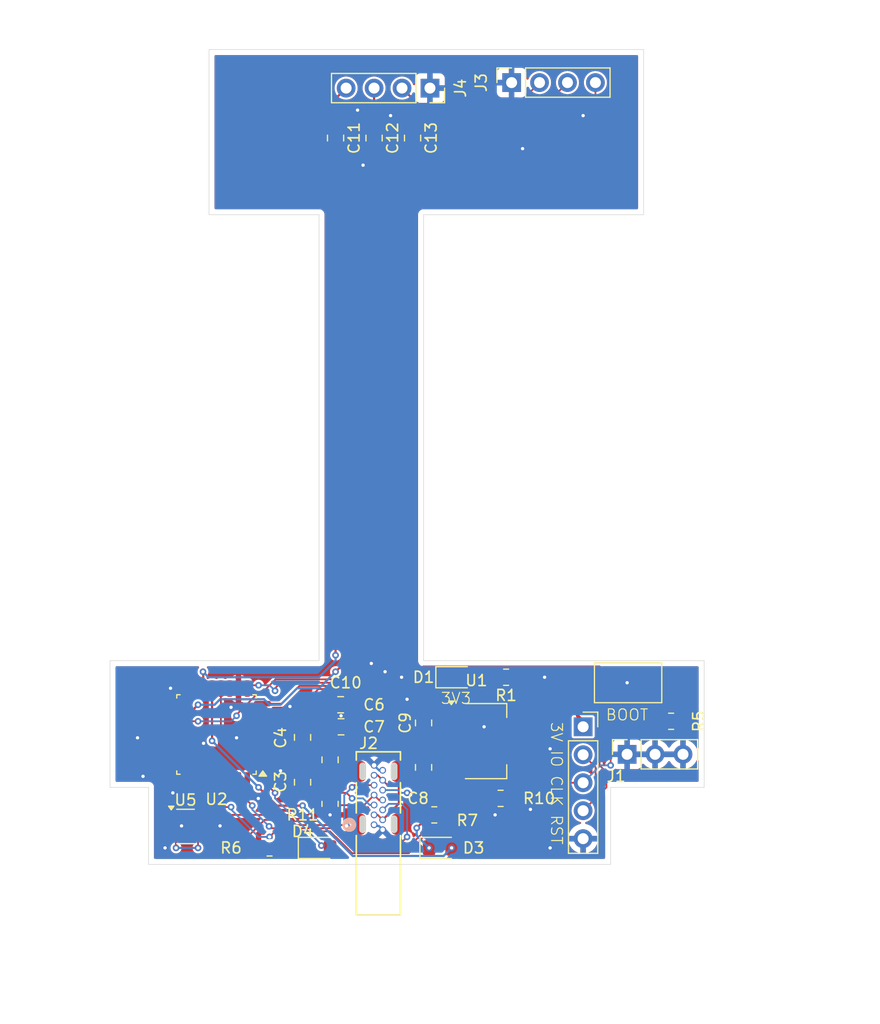
<source format=kicad_pcb>
(kicad_pcb (version 20240108) (generator "pcbnew") (generator_version "8.0")
  (layers (0 "F.Cu" signal) (31 "B.Cu" signal) (34 "B.Paste" user) (35 "F.Paste" user) (36 "B.SilkS" user "B.Silkscreen") (37 "F.SilkS" user "F.Silkscreen") (38 "B.Mask" user) (39 "F.Mask" user) (44 "Edge.Cuts" user))
  (net 0 "")
  (net 1 "VDD_3V")
  (net 2 "GND")
  (net 3 "VDDA_5V")
  (net 4 "NRST")
  (net 5 "/BTN_KEY")
  (net 6 "/BTN_HI")
  (net 7 "/BTN_LO")
  (net 8 "Net-(D1-A)")
  (net 9 "USR_LED_2")
  (net 10 "Net-(D3-K)")
  (net 11 "USR_LED_1")
  (net 12 "Net-(D4-K)")
  (net 13 "D_P")
  (net 14 "D_N")
  (net 15 "Net-(J2-CC2)")
  (net 16 "Net-(J2-CC1)")
  (net 17 "Net-(J3-Pin_3)")
  (net 18 "Net-(J3-Pin_2)")
  (net 19 "Net-(J3-Pin_4)")
  (net 20 "SWDIO")
  (net 21 "SWDCLK")
  (footprint "Resistor_SMD:R_0805_2012Metric_Pad1.20x1.40mm_HandSolder" (layer "F.Cu") (at 175.975 93.5)
    (property "Reference" "R7" (at 3 0.5 0) (layer "F.SilkS"))
    (property "Value" "5k")
    (pad "1" smd roundrect (at -1 0) (size 1.2 1.4) (layers "F.Cu" "F.Paste" "F.Mask") (roundrect_rratio 0.208333) (net 10 "Net-(D3-K)"))
    (pad "2" smd roundrect (at 1 0) (size 1.2 1.4) (layers "F.Cu" "F.Paste" "F.Mask") (roundrect_rratio 0.208333) (net 2 "GND"))
  )
  (footprint "Capacitor_SMD:C_0805_2012Metric_Pad1.18x1.45mm_HandSolder" (layer "F.Cu") (at 170.5 32.0375 -90)
    (property "Reference" "C12" (at 0 -1.68 90) (layer "F.SilkS"))
    (property "Value" "100nF")
    (pad "1" smd roundrect (at -1.0375 0 270) (size 1.175 1.45) (layers "F.Cu" "F.Paste" "F.Mask") (roundrect_rratio 0.212766) (net 6 "/BTN_HI"))
    (pad "2" smd roundrect (at 1.0375 0 270) (size 1.175 1.45) (layers "F.Cu" "F.Paste" "F.Mask") (roundrect_rratio 0.212766) (net 2 "GND"))
  )
  (footprint "Capacitor_SMD:C_0805_2012Metric_Pad1.18x1.45mm_HandSolder" (layer "F.Cu") (at 164 90.5375 -90)
    (property "Reference" "C3" (at -0.0375 2 90) (layer "F.SilkS"))
    (property "Value" "100n")
    (pad "1" smd roundrect (at -1.0375 0 270) (size 1.175 1.45) (layers "F.Cu" "F.Paste" "F.Mask") (roundrect_rratio 0.212766) (net 1 "VDD_3V"))
    (pad "2" smd roundrect (at 1.0375 0 270) (size 1.175 1.45) (layers "F.Cu" "F.Paste" "F.Mask") (roundrect_rratio 0.212766) (net 2 "GND"))
  )
  (footprint "Capacitor_SMD:C_0805_2012Metric_Pad1.18x1.45mm_HandSolder" (layer "F.Cu") (at 175 89.1875 -90)
    (property "Reference" "C8" (at 2.8125 0.5 180) (layer "F.SilkS"))
    (property "Value" "10uF")
    (pad "1" smd roundrect (at -1.0375 0 270) (size 1.175 1.45) (layers "F.Cu" "F.Paste" "F.Mask") (roundrect_rratio 0.212766) (net 3 "VDDA_5V"))
    (pad "2" smd roundrect (at 1.0375 0 270) (size 1.175 1.45) (layers "F.Cu" "F.Paste" "F.Mask") (roundrect_rratio 0.212766) (net 2 "GND"))
  )
  (footprint "LED_SMD:LED_0805_2012Metric_Pad1.15x1.40mm_HandSolder" (layer "F.Cu") (at 165.475 96.5)
    (property "Reference" "D4" (at -1.475 -1.5 0) (layer "F.SilkS"))
    (property "Value" "USR LED 1")
    (pad "1" smd roundrect (at -1.025 0) (size 1.15 1.4) (layers "F.Cu" "F.Paste" "F.Mask") (roundrect_rratio 0.217391) (net 12 "Net-(D4-K)"))
    (pad "2" smd roundrect (at 1.025 0) (size 1.15 1.4) (layers "F.Cu" "F.Paste" "F.Mask") (roundrect_rratio 0.217391) (net 11 "USR_LED_1"))
  )
  (footprint "Package_TO_SOT_SMD:SOT-223-3_TabPin2" (layer "F.Cu") (at 180.65 86.8)
    (property "Reference" "U1" (at -0.85 -5.5 0) (layer "F.SilkS"))
    (property "Value" "LD1117S33TR_SOT223")
    (pad "1" smd roundrect (at -3.15 -2.3) (size 2 1.5) (layers "F.Cu" "F.Paste" "F.Mask") (net 2 "GND"))
    (pad "2" smd roundrect (at -3.15 0) (size 2 1.5) (layers "F.Cu" "F.Paste" "F.Mask") (net 1 "VDD_3V"))
    (pad "2" smd roundrect (at 3.15 0) (size 2 3.8) (layers "F.Cu" "F.Paste" "F.Mask") (net 1 "VDD_3V"))
    (pad "3" smd roundrect (at -3.15 2.3) (size 2 1.5) (layers "F.Cu" "F.Paste" "F.Mask") (net 3 "VDDA_5V"))
  )
  (footprint "Connector_PinSocket_2.54mm:PinSocket_1x05_P2.54mm_Vertical" (layer "F.Cu") (at 189.5 85.5)
    (property "Reference" "J5" (hide yes))
    (property "Value" "Conn_01x05_Pin")
    (pad "1" thru_hole rect (at 0 0) (size 1.7 1.7) (drill 1) (layers "*.Cu" "*.Mask") (net 1 "VDD_3V"))
    (pad "2" thru_hole oval (at 0 2.54) (size 1.7 1.7) (drill 1) (layers "*.Cu" "*.Mask") (net 20 "SWDIO"))
    (pad "3" thru_hole oval (at 0 5.08) (size 1.7 1.7) (drill 1) (layers "*.Cu" "*.Mask") (net 21 "SWDCLK"))
    (pad "4" thru_hole oval (at 0 7.62) (size 1.7 1.7) (drill 1) (layers "*.Cu" "*.Mask") (net 4 "NRST"))
    (pad "5" thru_hole oval (at 0 10.16) (size 1.7 1.7) (drill 1) (layers "*.Cu" "*.Mask") (net 2 "GND"))
  )
  (footprint "Package_TO_SOT_SMD:SOT-23-6" (layer "F.Cu") (at 153.3625 94.55)
    (property "Reference" "U5" (at 0 -2.4 0) (layer "F.SilkS"))
    (property "Value" "USBLC6-2SC6")
    (pad "1" smd roundrect (at -1.1375 -0.95) (size 1.325 0.6) (layers "F.Cu" "F.Paste" "F.Mask") (net 13 "D_P"))
    (pad "2" smd roundrect (at -1.1375 0) (size 1.325 0.6) (layers "F.Cu" "F.Paste" "F.Mask") (net 2 "GND"))
    (pad "3" smd roundrect (at -1.1375 0.95) (size 1.325 0.6) (layers "F.Cu" "F.Paste" "F.Mask") (net 14 "D_N"))
    (pad "4" smd roundrect (at 1.1375 0.95) (size 1.325 0.6) (layers "F.Cu" "F.Paste" "F.Mask") (net 14 "D_N"))
    (pad "5" smd roundrect (at 1.1375 0) (size 1.325 0.6) (layers "F.Cu" "F.Paste" "F.Mask"))
    (pad "6" smd roundrect (at 1.1375 -0.95) (size 1.325 0.6) (layers "F.Cu" "F.Paste" "F.Mask") (net 13 "D_P"))
  )
  (footprint "Connector_PinSocket_2.54mm:PinSocket_1x03_P2.54mm_Vertical" (layer "F.Cu") (at 193.5 88 90)
    (property "Reference" "J1" (at -2 -1 180) (layer "F.SilkS"))
    (property "Value" "Gnd")
    (pad "1" thru_hole rect (at 0 0 90) (size 1.7 1.7) (drill 1) (layers "*.Cu" "*.Mask") (net 2 "GND"))
    (pad "2" thru_hole oval (at 0 2.54 90) (size 1.7 1.7) (drill 1) (layers "*.Cu" "*.Mask") (net 2 "GND"))
    (pad "3" thru_hole oval (at 0 5.08 90) (size 1.7 1.7) (drill 1) (layers "*.Cu" "*.Mask") (net 2 "GND"))
  )
  (footprint "Resistor_SMD:R_0805_2012Metric_Pad1.20x1.40mm_HandSolder" (layer "F.Cu") (at 182 92)
    (property "Reference" "R10" (at 3.5 0 0) (layer "F.SilkS"))
    (property "Value" "5k")
    (pad "1" smd roundrect (at -1 0) (size 1.2 1.4) (layers "F.Cu" "F.Paste" "F.Mask") (roundrect_rratio 0.208333) (net 15 "Net-(J2-CC2)"))
    (pad "2" smd roundrect (at 1 0) (size 1.2 1.4) (layers "F.Cu" "F.Paste" "F.Mask") (roundrect_rratio 0.208333) (net 2 "GND"))
  )
  (footprint "LED_SMD:LED_0805_2012Metric_Pad1.15x1.40mm_HandSolder" (layer "F.Cu") (at 177.975 81)
    (property "Reference" "D1" (at -2.975 0 0) (layer "F.SilkS"))
    (property "Value" "LED 3V")
    (pad "1" smd roundrect (at -1.025 0) (size 1.15 1.4) (layers "F.Cu" "F.Paste" "F.Mask") (roundrect_rratio 0.217391) (net 2 "GND"))
    (pad "2" smd roundrect (at 1.025 0) (size 1.15 1.4) (layers "F.Cu" "F.Paste" "F.Mask") (roundrect_rratio 0.217391) (net 8 "Net-(D1-A)"))
  )
  (footprint "Capacitor_SMD:C_0805_2012Metric_Pad1.18x1.45mm_HandSolder" (layer "F.Cu") (at 167 32.0375 -90)
    (property "Reference" "C11" (at 0 -1.68 90) (layer "F.SilkS"))
    (property "Value" "100nF")
    (pad "1" smd roundrect (at -1.0375 0 270) (size 1.175 1.45) (layers "F.Cu" "F.Paste" "F.Mask") (roundrect_rratio 0.212766) (net 5 "/BTN_KEY"))
    (pad "2" smd roundrect (at 1.0375 0 270) (size 1.175 1.45) (layers "F.Cu" "F.Paste" "F.Mask") (roundrect_rratio 0.212766) (net 2 "GND"))
  )
  (footprint "Resistor_SMD:R_0805_2012Metric_Pad1.20x1.40mm_HandSolder" (layer "F.Cu") (at 182.5 81 180)
    (property "Reference" "R1" (at 0 -1.65 0) (layer "F.SilkS"))
    (property "Value" "1K")
    (pad "1" smd roundrect (at -1 0 180) (size 1.2 1.4) (layers "F.Cu" "F.Paste" "F.Mask") (roundrect_rratio 0.208333) (net 1 "VDD_3V"))
    (pad "2" smd roundrect (at 1 0 180) (size 1.2 1.4) (layers "F.Cu" "F.Paste" "F.Mask") (roundrect_rratio 0.208333) (net 8 "Net-(D1-A)"))
  )
  (footprint "Capacitor_SMD:C_0805_2012Metric_Pad1.18x1.45mm_HandSolder" (layer "F.Cu") (at 174 32.0375 -90)
    (property "Reference" "C13" (at 0 -1.68 90) (layer "F.SilkS"))
    (property "Value" "100nF")
    (pad "1" smd roundrect (at -1.0375 0 270) (size 1.175 1.45) (layers "F.Cu" "F.Paste" "F.Mask") (roundrect_rratio 0.212766) (net 7 "/BTN_LO"))
    (pad "2" smd roundrect (at 1.0375 0 270) (size 1.175 1.45) (layers "F.Cu" "F.Paste" "F.Mask") (roundrect_rratio 0.212766) (net 2 "GND"))
  )
  (footprint "Capacitor_SMD:C_0805_2012Metric_Pad1.18x1.45mm_HandSolder" (layer "F.Cu") (at 166.5 88.5 -90)
    (property "Reference" "C6" (at -5 -4 180) (layer "F.SilkS"))
    (property "Value" "4.7uF")
    (pad "1" smd roundrect (at -1.0375 0 270) (size 1.175 1.45) (layers "F.Cu" "F.Paste" "F.Mask") (roundrect_rratio 0.212766) (net 1 "VDD_3V"))
    (pad "2" smd roundrect (at 1.0375 0 270) (size 1.175 1.45) (layers "F.Cu" "F.Paste" "F.Mask") (roundrect_rratio 0.212766) (net 2 "GND"))
  )
  (footprint "Resistor_SMD:R_0805_2012Metric_Pad1.20x1.40mm_HandSolder" (layer "F.Cu") (at 161 96.5 180)
    (property "Reference" "R6" (at 3.5 0 0) (layer "F.SilkS"))
    (property "Value" "5k")
    (pad "1" smd roundrect (at -1 0 180) (size 1.2 1.4) (layers "F.Cu" "F.Paste" "F.Mask") (roundrect_rratio 0.208333) (net 12 "Net-(D4-K)"))
    (pad "2" smd roundrect (at 1 0 180) (size 1.2 1.4) (layers "F.Cu" "F.Paste" "F.Mask") (roundrect_rratio 0.208333) (net 2 "GND"))
  )
  (footprint "Capacitor_SMD:C_0805_2012Metric_Pad1.18x1.45mm_HandSolder" (layer "F.Cu") (at 167.4625 83.5)
    (property "Reference" "C10" (at 0.4625 -2 0) (layer "F.SilkS"))
    (property "Value" "100nF")
    (pad "1" smd roundrect (at -1.0375 0) (size 1.175 1.45) (layers "F.Cu" "F.Paste" "F.Mask") (roundrect_rratio 0.212766) (net 4 "NRST"))
    (pad "2" smd roundrect (at 1.0375 0) (size 1.175 1.45) (layers "F.Cu" "F.Paste" "F.Mask") (roundrect_rratio 0.212766) (net 2 "GND"))
  )
  (footprint "Resistor_SMD:R_0805_2012Metric_Pad1.20x1.40mm_HandSolder" (layer "F.Cu") (at 166.5 92.5 -90)
    (property "Reference" "R11" (at 1 2.5 180) (layer "F.SilkS"))
    (property "Value" "5k")
    (pad "1" smd roundrect (at -1 0 270) (size 1.2 1.4) (layers "F.Cu" "F.Paste" "F.Mask") (roundrect_rratio 0.208333) (net 16 "Net-(J2-CC1)"))
    (pad "2" smd roundrect (at 1 0 270) (size 1.2 1.4) (layers "F.Cu" "F.Paste" "F.Mask") (roundrect_rratio 0.208333) (net 2 "GND"))
  )
  (footprint "Connector_PinSocket_2.54mm:PinSocket_1x04_P2.54mm_Vertical" (layer "F.Cu") (at 183 27 90)
    (property "Reference" "J3" (at 0 -2.77 90) (layer "F.SilkS"))
    (property "Value" "Extra Pins")
    (pad "1" thru_hole rect (at 0 0 90) (size 1.7 1.7) (drill 1) (layers "*.Cu" "*.Mask") (net 2 "GND"))
    (pad "2" thru_hole oval (at 0 2.54 90) (size 1.7 1.7) (drill 1) (layers "*.Cu" "*.Mask") (net 18 "Net-(J3-Pin_2)"))
    (pad "3" thru_hole oval (at 0 5.08 90) (size 1.7 1.7) (drill 1) (layers "*.Cu" "*.Mask") (net 17 "Net-(J3-Pin_3)"))
    (pad "4" thru_hole oval (at 0 7.62 90) (size 1.7 1.7) (drill 1) (layers "*.Cu" "*.Mask") (net 19 "Net-(J3-Pin_4)"))
  )
  (footprint "LED_SMD:LED_0805_2012Metric_Pad1.15x1.40mm_HandSolder" (layer "F.Cu") (at 176.525 96.5)
    (property "Reference" "D3" (at 3.025 0 0) (layer "F.SilkS"))
    (property "Value" "USR LED 2")
    (pad "1" smd roundrect (at -1.025 0) (size 1.15 1.4) (layers "F.Cu" "F.Paste" "F.Mask") (roundrect_rratio 0.217391) (net 10 "Net-(D3-K)"))
    (pad "2" smd roundrect (at 1.025 0) (size 1.15 1.4) (layers "F.Cu" "F.Paste" "F.Mask") (roundrect_rratio 0.217391) (net 9 "USR_LED_2"))
  )
  (footprint "Resistor_SMD:R_0805_2012Metric_Pad1.20x1.40mm_HandSolder" (layer "F.Cu") (at 197.5 85)
    (property "Reference" "R5" (at 2.5 0 90) (layer "F.SilkS"))
    (property "Value" "5k")
    (pad "1" smd roundrect (at -1 0) (size 1.2 1.4) (layers "F.Cu" "F.Paste" "F.Mask") (roundrect_rratio 0.208333) (net 21 "SWDCLK"))
    (pad "2" smd roundrect (at 1 0) (size 1.2 1.4) (layers "F.Cu" "F.Paste" "F.Mask") (roundrect_rratio 0.208333) (net 2 "GND"))
  )
  (footprint "USB:216989-0001_MOL" (layer "F.Cu") (at 170.5 94.399999)
    (property "Reference" "J2" (at -0.5 -7.399999 0) (layer "F.SilkS"))
    (property "Value" "2169890001")
    (fp_line (start -1.04 -4.3547) (end -1.04 -5.3453) (stroke (width 0.6096)) (layer "Edge.Cuts"))
    (fp_line (start -1.04 0.4453) (end -1.04 -0.5453) (stroke (width 0.6096)) (layer "Edge.Cuts"))
    (fp_line (start 1.82 -4.354701) (end 1.82 -5.345301) (stroke (width 0.6096)) (layer "Edge.Cuts"))
    (fp_line (start 1.82 0.4453) (end 1.82 -0.5453) (stroke (width 0.6096)) (layer "Edge.Cuts"))
    (pad "15" smd oval (at -1.2 -4.850001) (size 0.889 1.905) (layers "F.Cu" "F.Paste" "F.Mask"))
    (pad "16" smd oval (at 2 -4.850001) (size 0.889 1.905) (layers "F.Cu" "F.Paste" "F.Mask"))
    (pad "17" smd oval (at -1.2 -0.05) (size 0.889 1.905) (layers "F.Cu" "F.Paste" "F.Mask"))
    (pad "18" smd oval (at 2 -0.05) (size 0.889 1.905) (layers "F.Cu" "F.Paste" "F.Mask"))
    (pad "A1" thru_hole circle (at 0 0) (size 0.6096 0.6096) (drill 0.4064) (layers "*.Cu" "*.Mask") (net 2 "GND"))
    (pad "A4" thru_hole circle (at 0 -0.900001) (size 0.6096 0.6096) (drill 0.4064) (layers "*.Cu" "*.Mask") (net 3 "VDDA_5V"))
    (pad "A5" thru_hole circle (at 0 -1.799999) (size 0.6096 0.6096) (drill 0.4064) (layers "*.Cu" "*.Mask") (net 16 "Net-(J2-CC1)"))
    (pad "A6" thru_hole circle (at 0 -2.7) (size 0.6096 0.6096) (drill 0.4064) (layers "*.Cu" "*.Mask") (net 13 "D_P"))
    (pad "A7" thru_hole circle (at 0 -3.6) (size 0.6096 0.6096) (drill 0.4064) (layers "*.Cu" "*.Mask") (net 14 "D_N"))
    (pad "A9" thru_hole circle (at 0 -4.499999) (size 0.6096 0.6096) (drill 0.4064) (layers "*.Cu" "*.Mask") (net 3 "VDDA_5V"))
    (pad "A12" thru_hole circle (at 0 -5.399999) (size 0.6096 0.6096) (drill 0.4064) (layers "*.Cu" "*.Mask") (net 2 "GND"))
    (pad "B1" thru_hole circle (at 0.780001 -4.949999) (size 0.6096 0.6096) (drill 0.4064) (layers "*.Cu" "*.Mask") (net 2 "GND"))
    (pad "B4" thru_hole circle (at 0.780001 -4.049999) (size 0.6096 0.6096) (drill 0.4064) (layers "*.Cu" "*.Mask") (net 3 "VDDA_5V"))
    (pad "B5" thru_hole circle (at 0.780001 -3.15) (size 0.6096 0.6096) (drill 0.4064) (layers "*.Cu" "*.Mask") (net 15 "Net-(J2-CC2)"))
    (pad "B6" thru_hole circle (at 0.780001 -2.25) (size 0.6096 0.6096) (drill 0.4064) (layers "*.Cu" "*.Mask") (net 13 "D_P"))
    (pad "B7" thru_hole circle (at 0.780001 -1.349999) (size 0.6096 0.6096) (drill 0.4064) (layers "*.Cu" "*.Mask") (net 14 "D_N"))
    (pad "B9" thru_hole circle (at 0.780001 -0.450001) (size 0.6096 0.6096) (drill 0.4064) (layers "*.Cu" "*.Mask") (net 3 "VDDA_5V"))
    (pad "B12" thru_hole circle (at 0.780001 0.45) (size 0.6096 0.6096) (drill 0.4064) (layers "*.Cu" "*.Mask") (net 2 "GND"))
  )
  (footprint "Button_Switch_SMD:SW_SPST_FSMSM" (layer "F.Cu") (at 193.59 81.5 180)
    (property "Reference" "SW8" (hide yes))
    (property "Value" "SW_SPST BOOT")
    (pad "1" smd rect (at -4.59 0 180) (size 2.18 1.6) (layers "F.Cu" "F.Paste" "F.Mask") (net 21 "SWDCLK"))
    (pad "2" smd rect (at 4.59 0 180) (size 2.18 1.6) (layers "F.Cu" "F.Paste" "F.Mask") (net 1 "VDD_3V"))
  )
  (footprint "Capacitor_SMD:C_0805_2012Metric_Pad1.18x1.45mm_HandSolder" (layer "F.Cu") (at 175 85.15 90)
    (property "Reference" "C9" (at 0 -1.68 90) (layer "F.SilkS"))
    (property "Value" "10uF")
    (pad "1" smd roundrect (at -1.0375 0 90) (size 1.175 1.45) (layers "F.Cu" "F.Paste" "F.Mask") (roundrect_rratio 0.212766) (net 1 "VDD_3V"))
    (pad "2" smd roundrect (at 1.0375 0 90) (size 1.175 1.45) (layers "F.Cu" "F.Paste" "F.Mask") (roundrect_rratio 0.212766) (net 2 "GND"))
  )
  (footprint "Capacitor_SMD:C_0805_2012Metric_Pad1.18x1.45mm_HandSolder" (layer "F.Cu") (at 167.5 85.5)
    (property "Reference" "C7" (at 3 0 0) (layer "F.SilkS"))
    (property "Value" "4.7Uf")
    (pad "1" smd roundrect (at -1.0375 0) (size 1.175 1.45) (layers "F.Cu" "F.Paste" "F.Mask") (roundrect_rratio 0.212766) (net 1 "VDD_3V"))
    (pad "2" smd roundrect (at 1.0375 0) (size 1.175 1.45) (layers "F.Cu" "F.Paste" "F.Mask") (roundrect_rratio 0.212766) (net 2 "GND"))
  )
  (footprint "Capacitor_SMD:C_0805_2012Metric_Pad1.18x1.45mm_HandSolder" (layer "F.Cu") (at 164 86.4625 90)
    (property "Reference" "C4" (at -0.0375 -2 90) (layer "F.SilkS"))
    (property "Value" "100n")
    (pad "1" smd roundrect (at -1.0375 0 90) (size 1.175 1.45) (layers "F.Cu" "F.Paste" "F.Mask") (roundrect_rratio 0.212766) (net 1 "VDD_3V"))
    (pad "2" smd roundrect (at 1.0375 0 90) (size 1.175 1.45) (layers "F.Cu" "F.Paste" "F.Mask") (roundrect_rratio 0.212766) (net 2 "GND"))
  )
  (footprint "Package_QFP:LQFP-32_7x7mm_P0.8mm" (layer "F.Cu") (at 156.175 86.2 180)
    (property "Reference" "U2" (at 0 -5.88 0) (layer "F.SilkS"))
    (property "Value" "STM32C071KBTx")
    (pad "1" smd roundrect (at -4.175 -2.8 180) (size 1.5 0.5) (layers "F.Cu" "F.Paste" "F.Mask"))
    (pad "2" smd roundrect (at -4.175 -2 180) (size 1.5 0.5) (layers "F.Cu" "F.Paste" "F.Mask"))
    (pad "3" smd roundrect (at -4.175 -1.2 180) (size 1.5 0.5) (layers "F.Cu" "F.Paste" "F.Mask"))
    (pad "4" smd roundrect (at -4.175 -0.4 180) (size 1.5 0.5) (layers "F.Cu" "F.Paste" "F.Mask") (net 1 "VDD_3V"))
    (pad "5" smd roundrect (at -4.175 0.4 180) (size 1.5 0.5) (layers "F.Cu" "F.Paste" "F.Mask") (net 2 "GND"))
    (pad "6" smd roundrect (at -4.175 1.2 180) (size 1.5 0.5) (layers "F.Cu" "F.Paste" "F.Mask") (net 4 "NRST"))
    (pad "7" smd roundrect (at -4.175 2 180) (size 1.5 0.5) (layers "F.Cu" "F.Paste" "F.Mask") (net 19 "Net-(J3-Pin_4)"))
    (pad "8" smd roundrect (at -4.175 2.8 180) (size 1.5 0.5) (layers "F.Cu" "F.Paste" "F.Mask") (net 17 "Net-(J3-Pin_3)"))
    (pad "9" smd roundrect (at -2.8 4.175 180) (size 0.5 1.5) (layers "F.Cu" "F.Paste" "F.Mask") (net 18 "Net-(J3-Pin_2)"))
    (pad "10" smd roundrect (at -2 4.175 180) (size 0.5 1.5) (layers "F.Cu" "F.Paste" "F.Mask") (net 2 "GND"))
    (pad "11" smd roundrect (at -1.2 4.175 180) (size 0.5 1.5) (layers "F.Cu" "F.Paste" "F.Mask"))
    (pad "12" smd roundrect (at -0.4 4.175 180) (size 0.5 1.5) (layers "F.Cu" "F.Paste" "F.Mask") (net 11 "USR_LED_1"))
    (pad "13" smd roundrect (at 0.4 4.175 180) (size 0.5 1.5) (layers "F.Cu" "F.Paste" "F.Mask") (net 9 "USR_LED_2"))
    (pad "14" smd roundrect (at 1.2 4.175 180) (size 0.5 1.5) (layers "F.Cu" "F.Paste" "F.Mask") (net 5 "/BTN_KEY"))
    (pad "15" smd roundrect (at 2 4.175 180) (size 0.5 1.5) (layers "F.Cu" "F.Paste" "F.Mask"))
    (pad "16" smd roundrect (at 2.8 4.175 180) (size 0.5 1.5) (layers "F.Cu" "F.Paste" "F.Mask"))
    (pad "17" smd roundrect (at 4.175 2.8 180) (size 1.5 0.5) (layers "F.Cu" "F.Paste" "F.Mask"))
    (pad "18" smd roundrect (at 4.175 2 180) (size 1.5 0.5) (layers "F.Cu" "F.Paste" "F.Mask") (net 6 "/BTN_HI"))
    (pad "19" smd roundrect (at 4.175 1.2 180) (size 1.5 0.5) (layers "F.Cu" "F.Paste" "F.Mask") (net 7 "/BTN_LO"))
    (pad "20" smd roundrect (at 4.175 0.4 180) (size 1.5 0.5) (layers "F.Cu" "F.Paste" "F.Mask"))
    (pad "21" smd roundrect (at 4.175 -0.4 180) (size 1.5 0.5) (layers "F.Cu" "F.Paste" "F.Mask"))
    (pad "22" smd roundrect (at 4.175 -1.2 180) (size 1.5 0.5) (layers "F.Cu" "F.Paste" "F.Mask") (net 14 "D_N"))
    (pad "23" smd roundrect (at 4.175 -2 180) (size 1.5 0.5) (layers "F.Cu" "F.Paste" "F.Mask") (net 13 "D_P"))
    (pad "24" smd roundrect (at 4.175 -2.8 180) (size 1.5 0.5) (layers "F.Cu" "F.Paste" "F.Mask") (net 20 "SWDIO"))
    (pad "25" smd roundrect (at 2.8 -4.175 180) (size 0.5 1.5) (layers "F.Cu" "F.Paste" "F.Mask") (net 21 "SWDCLK"))
    (pad "26" smd roundrect (at 2 -4.175 180) (size 0.5 1.5) (layers "F.Cu" "F.Paste" "F.Mask"))
    (pad "27" smd roundrect (at 1.2 -4.175 180) (size 0.5 1.5) (layers "F.Cu" "F.Paste" "F.Mask"))
    (pad "28" smd roundrect (at 0.4 -4.175 180) (size 0.5 1.5) (layers "F.Cu" "F.Paste" "F.Mask"))
    (pad "29" smd roundrect (at -0.4 -4.175 180) (size 0.5 1.5) (layers "F.Cu" "F.Paste" "F.Mask"))
    (pad "30" smd roundrect (at -1.2 -4.175 180) (size 0.5 1.5) (layers "F.Cu" "F.Paste" "F.Mask"))
    (pad "31" smd roundrect (at -2 -4.175 180) (size 0.5 1.5) (layers "F.Cu" "F.Paste" "F.Mask"))
    (pad "32" smd roundrect (at -2.8 -4.175 180) (size 0.5 1.5) (layers "F.Cu" "F.Paste" "F.Mask"))
  )
  (footprint "Connector_PinSocket_2.54mm:PinSocket_1x04_P2.54mm_Vertical" (layer "F.Cu") (at 175.58 27.5 -90)
    (property "Reference" "J4" (at 0 -2.77 90) (layer "F.SilkS"))
    (property "Value" "Buttons")
    (pad "1" thru_hole rect (at 0 0 270) (size 1.7 1.7) (drill 1) (layers "*.Cu" "*.Mask") (net 2 "GND"))
    (pad "2" thru_hole oval (at 0 2.54 270) (size 1.7 1.7) (drill 1) (layers "*.Cu" "*.Mask") (net 7 "/BTN_LO"))
    (pad "3" thru_hole oval (at 0 5.08 270) (size 1.7 1.7) (drill 1) (layers "*.Cu" "*.Mask") (net 6 "/BTN_HI"))
    (pad "4" thru_hole oval (at 0 7.62 270) (size 1.7 1.7) (drill 1) (layers "*.Cu" "*.Mask") (net 5 "/BTN_KEY"))
  )
  (gr_line (start 155.5 24) (end 195 24) (stroke (width 0.05)) (layer "Edge.Cuts"))
  (gr_line (start 150 91) (end 146.5 91) (stroke (width 0.05)) (layer "Edge.Cuts"))
  (gr_line (start 200.5 79.5) (end 175 79.5) (stroke (width 0.05)) (layer "Edge.Cuts"))
  (gr_line (start 195 39) (end 195 24) (stroke (width 0.05)) (layer "Edge.Cuts"))
  (gr_line (start 146.5 79.5) (end 165.5 79.5) (stroke (width 0.05)) (layer "Edge.Cuts"))
  (gr_line (start 200.5 91) (end 200.5 79.5) (stroke (width 0.05)) (layer "Edge.Cuts"))
  (gr_line (start 192 91) (end 200.5 91) (stroke (width 0.05)) (layer "Edge.Cuts"))
  (gr_line (start 175 39) (end 195 39) (stroke (width 0.05)) (layer "Edge.Cuts"))
  (gr_line (start 192 98) (end 192 91) (stroke (width 0.05)) (layer "Edge.Cuts"))
  (gr_line (start 146.5 91) (end 146.5 79.5) (stroke (width 0.05)) (layer "Edge.Cuts"))
  (gr_line (start 150 98) (end 150 91) (stroke (width 0.05)) (layer "Edge.Cuts"))
  (gr_line (start 165.5 39) (end 155.5 39) (stroke (width 0.05)) (layer "Edge.Cuts"))
  (gr_line (start 155.5 39) (end 155.5 24) (stroke (width 0.05)) (layer "Edge.Cuts"))
  (gr_line (start 192 98) (end 150 98) (stroke (width 0.05)) (layer "Edge.Cuts"))
  (gr_line (start 175 79.5) (end 175 39) (stroke (width 0.05)) (layer "Edge.Cuts"))
  (gr_line (start 165.5 79.5) (end 165.5 39) (stroke (width 0.05)) (layer "Edge.Cuts"))
  (gr_text "3V IO CLK RST\n" (at 186.5 85 -90) (layer "F.SilkS") (effects (font (size 1 1) (thickness 0.1)) (justify left bottom)))
  (gr_text "3V3\n" (at 176.5 83.5 0) (layer "F.SilkS") (effects (font (size 1 1) (thickness 0.1)) (justify left bottom)))
  (gr_text "BOOT\n" (at 191.5 85 0) (layer "F.SilkS") (effects (font (size 1 1) (thickness 0.1)) (justify left bottom)))
  (segment (start 166.5 87.4625) (end 166.5 85.5375) (width 0.2) (layer "F.Cu") (net 1))
  (segment (start 166.4625 87.5) (end 166.5 87.4625) (width 0.2) (layer "F.Cu") (net 1))
  (segment (start 161.6 86.6) (end 162.5 87.5) (width 0.2) (layer "F.Cu") (net 1))
  (segment (start 183.5 81) (end 184 81) (width 0.3) (layer "F.Cu") (net 1))
  (segment (start 172.2375 86.6875) (end 172.3125 86.6875) (width 0.3) (layer "F.Cu") (net 1))
  (segment (start 175 86.1875) (end 175.6875 86.1875) (width 0.3) (layer "F.Cu") (net 1))
  (segment (start 162.5 87.5) (end 164 87.5) (width 0.2) (layer "F.Cu") (net 1))
  (segment (start 172.8125 86.1875) (end 175 86.1875) (width 0.3) (layer "F.Cu") (net 1))
  (segment (start 189.5 85) (end 189 84.5) (width 0.3) (layer "F.Cu") (net 1))
  (segment (start 172.3125 86.6875) (end 172.8125 86.1875) (width 0.3) (layer "F.Cu") (net 1))
  (segment (start 177.5 87.3) (end 183.8 87.3) (width 0.3) (layer "F.Cu") (net 1))
  (segment (start 164 87.5) (end 164 89.5) (width 0.2) (layer "F.Cu") (net 1))
  (segment (start 188.5 82) (end 189 81.5) (width 0.3) (layer "F.Cu") (net 1))
  (segment (start 160.35 86.6) (end 161.6 86.6) (width 0.2) (layer "F.Cu") (net 1))
  (segment (start 164 87.5) (end 166.4625 87.5) (width 0.2) (layer "F.Cu") (net 1))
  (segment (start 185 82) (end 188.5 82) (width 0.3) (layer "F.Cu") (net 1))
  (segment (start 183.8 84.3) (end 183.5 84) (width 0.3) (layer "F.Cu") (net 1))
  (segment (start 176.3 86.8) (end 177.5 86.8) (width 0.3) (layer "F.Cu") (net 1))
  (segment (start 183.8 87.3) (end 183.8 84.3) (width 0.3) (layer "F.Cu") (net 1))
  (segment (start 189.5 85.5) (end 189.5 85) (width 0.3) (layer "F.Cu") (net 1))
  (segment (start 183.5 84) (end 183.5 81) (width 0.3) (layer "F.Cu") (net 1))
  (segment (start 171.4625 87.4625) (end 172.2375 86.6875) (width 0.3) (layer "F.Cu") (net 1))
  (segment (start 184 81) (end 185 82) (width 0.3) (layer "F.Cu") (net 1))
  (segment (start 175.6875 86.1875) (end 176.3 86.8) (width 0.3) (layer "F.Cu") (net 1))
  (segment (start 166.5 87.4625) (end 171.4625 87.4625) (width 0.3) (layer "F.Cu") (net 1))
  (segment (start 189 84.5) (end 189 81.5) (width 0.3) (layer "F.Cu") (net 1))
  (via (at 171.5 80.5) (size 0.6) (drill 0.3) (layers "F.Cu" "B.Cu") (net 2))
  (via (at 162 89.5) (size 0.6) (drill 0.3) (layers "F.Cu" "B.Cu") (net 2))
  (via (at 172 30) (size 0.6) (drill 0.3) (layers "F.Cu" "B.Cu") (net 2))
  (via (at 189.5 30) (size 0.6) (drill 0.3) (layers "F.Cu" "B.Cu") (net 2))
  (via (at 186.5 96.5) (size 0.6) (drill 0.3) (layers "F.Cu" "B.Cu") (net 2))
  (via (at 180.5 85.5) (size 0.6) (drill 0.3) (layers "F.Cu" "B.Cu") (net 2))
  (via (at 184.71 93) (size 0.6) (drill 0.3) (layers "F.Cu" "B.Cu") (net 2))
  (via (at 170.247954 79.747954) (size 0.6) (drill 0.3) (layers "F.Cu" "B.Cu") (net 2))
  (via (at 173 81) (size 0.6) (drill 0.3) (layers "F.Cu" "B.Cu") (net 2))
  (via (at 162.853575 83.65461) (size 0.6) (drill 0.3) (layers "F.Cu" "B.Cu") (net 2))
  (via (at 186.5 87.5) (size 0.6) (drill 0.3) (layers "F.Cu" "B.Cu") (net 2))
  (via (at 153 94.5) (size 0.6) (drill 0.3) (layers "F.Cu" "B.Cu") (net 2))
  (via (at 184 33) (size 0.6) (drill 0.3) (layers "F.Cu" "B.Cu") (net 2))
  (via (at 166.5 93.5) (size 0.6) (drill 0.3) (layers "F.Cu" "B.Cu") (net 2))
  (via (at 159.977283 92.009659) (size 0.6) (drill 0.3) (layers "F.Cu" "B.Cu") (net 2))
  (via (at 149 86.5) (size 0.6) (drill 0.3) (layers "F.Cu" "B.Cu") (net 2))
  (via (at 158 86.5) (size 0.6) (drill 0.3) (layers "F.Cu" "B.Cu") (net 2))
  (via (at 173.5 83) (size 0.6) (drill 0.3) (layers "F.Cu" "B.Cu") (net 2))
  (via (at 155 87) (size 0.6) (drill 0.3) (layers "F.Cu" "B.Cu") (net 2))
  (via (at 157.5 83.73) (size 0.6) (drill 0.3) (layers "F.Cu" "B.Cu") (net 2))
  (via (at 181.5 93.5) (size 0.6) (drill 0.3) (layers "F.Cu" "B.Cu") (net 2))
  (via (at 149.5 90) (size 0.6) (drill 0.3) (layers "F.Cu" "B.Cu") (net 2))
  (via (at 193.5 81.5) (size 0.6) (drill 0.3) (layers "F.Cu" "B.Cu") (net 2))
  (via (at 151.5 96.5) (size 0.6) (drill 0.3) (layers "F.Cu" "B.Cu") (net 2))
  (via (at 152.21 91.502046) (size 0.6) (drill 0.3) (layers "F.Cu" "B.Cu") (net 2))
  (via (at 156.5 94.5) (size 0.6) (drill 0.3) (layers "F.Cu" "B.Cu") (net 2))
  (via (at 169.5 34.5) (size 0.6) (drill 0.3) (layers "F.Cu" "B.Cu") (net 2))
  (via (at 167.5 84.5) (size 0.6) (drill 0.3) (layers "F.Cu" "B.Cu") (net 2))
  (via (at 152 82) (size 0.6) (drill 0.3) (layers "F.Cu" "B.Cu") (net 2))
  (via (at 186 81) (size 0.6) (drill 0.3) (layers "F.Cu" "B.Cu") (net 2))
  (via (at 169 29.5) (size 0.6) (drill 0.3) (layers "F.Cu" "B.Cu") (net 2))
  (segment (start 170.5 94.5) (end 170.930002 94.5) (width 0.2) (layer "B.Cu") (net 2))
  (segment (start 170.930002 94.5) (end 171.280001 94.849999) (width 0.2) (layer "B.Cu") (net 2))
  (segment (start 170.95 89.45) (end 170.5 89) (width 0.2) (layer "B.Cu") (net 2))
  (segment (start 171.280001 89.45) (end 170.95 89.45) (width 0.2) (layer "B.Cu") (net 2))
  (segment (start 170.5 94.399999) (end 170.5 94.5) (width 0.2) (layer "B.Cu") (net 2))
  (segment (start 170.830001 89.9) (end 171.280001 90.35) (width 0.16) (layer "F.Cu") (net 3))
  (segment (start 170.5 93.499998) (end 170.830001 93.499998) (width 0.16) (layer "F.Cu") (net 3))
  (segment (start 175 88.65) (end 174.932596 88.65) (width 0.16) (layer "F.Cu") (net 3))
  (segment (start 171.712499 90.782498) (end 171.280001 90.35) (width 0.16) (layer "F.Cu") (net 3))
  (segment (start 177.5 89.6) (end 177.1 89.6) (width 0.3) (layer "F.Cu") (net 3))
  (segment (start 175.95 89.1) (end 175 88.15) (width 0.3) (layer "F.Cu") (net 3))
  (segment (start 175 88.61088) (end 172.828382 90.782498) (width 0.16) (layer "F.Cu") (net 3))
  (segment (start 171.280001 93.949998) (end 172.800098 92.429901) (width 0.2) (layer "F.Cu") (net 3))
  (segment (start 170.5 89.9) (end 170.830001 89.9) (width 0.16) (layer "F.Cu") (net 3))
  (segment (start 172.800098 90.782498) (end 171.712499 90.782498) (width 0.16) (layer "F.Cu") (net 3))
  (segment (start 175 88.15) (end 175 88.61088) (width 0.2) (layer "F.Cu") (net 3))
  (segment (start 172.828382 90.782498) (end 172.800098 90.782498) (width 0.2) (layer "F.Cu") (net 3))
  (segment (start 170.830001 93.499998) (end 171.280001 93.949998) (width 0.16) (layer "F.Cu") (net 3))
  (segment (start 172.800098 92.429901) (end 172.800098 90.782498) (width 0.3) (layer "F.Cu") (net 3))
  (segment (start 177.5 89.1) (end 175.95 89.1) (width 0.3) (layer "F.Cu") (net 3))
  (segment (start 166.425 83.5) (end 167.564 82.361) (width 0.16) (layer "F.Cu") (net 4))
  (segment (start 174.98 80.02) (end 191 80.02) (width 0.16) (layer "F.Cu") (net 4))
  (segment (start 191 80.02) (end 191 89.004092) (width 0.16) (layer "F.Cu") (net 4))
  (segment (start 162.85604 85) (end 163.29854 84.5575) (width 0.16) (layer "F.Cu") (net 4))
  (segment (start 191 89.004092) (end 191.62 89.624092) (width 0.16) (layer "F.Cu") (net 4))
  (segment (start 191.62 91) (end 189.5 93.12) (width 0.16) (layer "F.Cu") (net 4))
  (segment (start 165.3675 84.5575) (end 166.425 83.5) (width 0.16) (layer "F.Cu") (net 4))
  (segment (start 167.564 82.361) (end 172.639 82.361) (width 0.16) (layer "F.Cu") (net 4))
  (segment (start 160.35 85) (end 162.85604 85) (width 0.16) (layer "F.Cu") (net 4))
  (segment (start 172.639 82.361) (end 174.98 80.02) (width 0.16) (layer "F.Cu") (net 4))
  (segment (start 191.62 89.624092) (end 191.62 91) (width 0.16) (layer "F.Cu") (net 4))
  (segment (start 163.29854 84.5575) (end 165.3675 84.5575) (width 0.16) (layer "F.Cu") (net 4))
  (segment (start 167 31) (end 165.5 32.5) (width 0.2) (layer "F.Cu") (net 5))
  (segment (start 154.975 80.524543) (end 154.950457 80.5) (width 0.2) (layer "F.Cu") (net 5))
  (segment (start 167 28.46) (end 167.96 27.5) (width 0.2) (layer "F.Cu") (net 5))
  (segment (start 166 38) (end 167 39) (width 0.2) (layer "F.Cu") (net 5))
  (segment (start 165.5 32.5) (end 165.5 34.5) (width 0.2) (layer "F.Cu") (net 5))
  (segment (start 166 35) (end 166 38) (width 0.2) (layer "F.Cu") (net 5))
  (segment (start 167 31) (end 167 28.46) (width 0.2) (layer "F.Cu") (net 5))
  (segment (start 167 39) (end 167 79) (width 0.2) (layer "F.Cu") (net 5))
  (segment (start 154.975 82.025) (end 154.975 80.524543) (width 0.2) (layer "F.Cu") (net 5))
  (segment (start 165.5 34.5) (end 166 35) (width 0.2) (layer "F.Cu") (net 5))
  (via (at 154.950457 80.5) (size 0.6) (drill 0.3) (layers "F.Cu" "B.Cu") (net 5))
  (via (at 167 79) (size 0.6) (drill 0.3) (layers "F.Cu" "B.Cu") (net 5))
  (segment (start 165.5 81) (end 155.450457 81) (width 0.2) (layer "B.Cu") (net 5))
  (segment (start 155.450457 81) (end 154.950457 80.5) (width 0.2) (layer "B.Cu") (net 5))
  (segment (start 167 79.5) (end 165.5 81) (width 0.2) (layer "B.Cu") (net 5))
  (segment (start 167 79) (end 167 79.5) (width 0.2) (layer "B.Cu") (net 5))
  (segment (start 168 39.5) (end 168 79.5) (width 0.2) (layer "F.Cu") (net 6))
  (segment (start 168.5 39) (end 168 39.5) (width 0.2) (layer "F.Cu") (net 6))
  (segment (start 168.5 33) (end 168.5 39) (width 0.2) (layer "F.Cu") (net 6))
  (segment (start 153.8 84.2) (end 154.5 83.5) (width 0.2) (layer "F.Cu") (net 6))
  (segment (start 152 84.2) (end 153.8 84.2) (width 0.2) (layer "F.Cu") (net 6))
  (segment (start 170.5 31) (end 168.5 33) (width 0.2) (layer "F.Cu") (net 6))
  (segment (start 168 79.5) (end 167 80.5) (width 0.2) (layer "F.Cu") (net 6))
  (segment (start 170.5 27.5) (end 170.5 31) (width 0.2) (layer "F.Cu") (net 6))
  (via (at 154.5 83.5) (size 0.6) (drill 0.3) (layers "F.Cu" "B.Cu") (net 6))
  (via (at 167 80.5) (size 0.6) (drill 0.3) (layers "F.Cu" "B.Cu") (net 6))
  (segment (start 154.5 83.5) (end 156 83.5) (width 0.2) (layer "B.Cu") (net 6))
  (segment (start 162 83.5) (end 163.5 82) (width 0.2) (layer "B.Cu") (net 6))
  (segment (start 165.5 82) (end 167 80.5) (width 0.2) (layer "B.Cu") (net 6))
  (segment (start 163.5 82) (end 165.5 82) (width 0.2) (layer "B.Cu") (net 6))
  (segment (start 161 83.5) (end 162 83.5) (width 0.2) (layer "B.Cu") (net 6))
  (segment (start 160.5 83) (end 161 83.5) (width 0.2) (layer "B.Cu") (net 6))
  (segment (start 156 83.5) (end 156.5 83) (width 0.2) (layer "B.Cu") (net 6))
  (segment (start 156.5 83) (end 160.5 83) (width 0.2) (layer "B.Cu") (net 6))
  (segment (start 152 85) (end 154.5 85) (width 0.16) (layer "F.Cu") (net 7))
  (segment (start 167.307 81.193) (end 169.5 79) (width 0.2) (layer "F.Cu") (net 7))
  (segment (start 173.04 27.5) (end 174 28.46) (width 0.2) (layer "F.Cu") (net 7))
  (segment (start 161.541092 81.193) (end 167.307 81.193) (width 0.16) (layer "F.Cu") (net 7))
  (segment (start 160.294092 82.44) (end 161.541092 81.193) (width 0.16) (layer "F.Cu") (net 7))
  (segment (start 174 31.172244) (end 174 31) (width 0.2) (layer "F.Cu") (net 7))
  (segment (start 174 28.46) (end 174 31) (width 0.2) (layer "F.Cu") (net 7))
  (segment (start 158 84.395494) (end 159.955494 82.44) (width 0.16) (layer "F.Cu") (net 7))
  (segment (start 158 84.5) (end 158 84.395494) (width 0.2) (layer "F.Cu") (net 7))
  (segment (start 159.955494 82.44) (end 160.294092 82.44) (width 0.16) (layer "F.Cu") (net 7))
  (segment (start 169.5 79) (end 169.5 35.672244) (width 0.2) (layer "F.Cu") (net 7))
  (segment (start 169.5 35.672244) (end 174 31.172244) (width 0.2) (layer "F.Cu") (net 7))
  (via (at 158 84.5) (size 0.6) (drill 0.3) (layers "F.Cu" "B.Cu") (net 7))
  (via (at 154.5 85) (size 0.6) (drill 0.3) (layers "F.Cu" "B.Cu") (net 7))
  (segment (start 157.5 85) (end 158 84.5) (width 0.16) (layer "B.Cu") (net 7))
  (segment (start 154.5 85) (end 157.5 85) (width 0.16) (layer "B.Cu") (net 7))
  (segment (start 179 81) (end 181.5 81) (width 0.16) (layer "F.Cu") (net 8))
  (segment (start 156 87) (end 155.775 86.775) (width 0.2) (layer "F.Cu") (net 9))
  (segment (start 155.775 82.025) (end 155.775 86.775) (width 0.2) (layer "F.Cu") (net 9))
  (segment (start 161.6625 92.6625) (end 160 91) (width 0.2) (layer "F.Cu") (net 9))
  (segment (start 164 92.6625) (end 161.6625 92.6625) (width 0.2) (layer "F.Cu") (net 9))
  (via (at 160 91) (size 0.6) (drill 0.3) (layers "F.Cu" "B.Cu") (net 9))
  (via (at 164 92.6625) (size 0.6) (drill 0.3) (layers "F.Cu" "B.Cu") (net 9))
  (via (at 155.775 86.775) (size 0.6) (drill 0.3) (layers "F.Cu" "B.Cu") (net 9))
  (via (at 177.55 96.500002) (size 0.6) (drill 0.3) (layers "F.Cu" "B.Cu") (net 9))
  (segment (start 164 92.6625) (end 168.5675 97.23) (width 0.2) (layer "B.Cu") (net 9))
  (segment (start 155.775 86.775) (end 160 91) (width 0.2) (layer "B.Cu") (net 9))
  (segment (start 168.5675 97.23) (end 176.820002 97.23) (width 0.2) (layer "B.Cu") (net 9))
  (segment (start 176.820002 97.23) (end 177.55 96.500002) (width 0.2) (layer "B.Cu") (net 9))
  (segment (start 174.975 93.5) (end 174.975 94.087673) (width 0.2) (layer "F.Cu") (net 10))
  (segment (start 174.975 94.087673) (end 174.375088 94.687585) (width 0.2) (layer "F.Cu") (net 10))
  (segment (start 174.95 94.05) (end 175 94) (width 0.16) (layer "F.Cu") (net 10))
  (via (at 174.375088 94.687585) (size 0.6) (drill 0.3) (layers "F.Cu" "B.Cu") (net 10))
  (via (at 175.5 96.5) (size 0.6) (drill 0.3) (layers "F.Cu" "B.Cu") (net 10))
  (segment (start 174.375088 94.687585) (end 174.375088 95.375088) (width 0.2) (layer "B.Cu") (net 10))
  (segment (start 174.375088 95.375088) (end 175.5 96.5) (width 0.2) (layer "B.Cu") (net 10))
  (segment (start 166.2875 96.2875) (end 166.5 96.5) (width 0.2) (layer "F.Cu") (net 11))
  (segment (start 156.575 82.025) (end 156.575 86.575) (width 0.16) (layer "F.Cu") (net 11))
  (segment (start 165.7125 96.2875) (end 166.2875 96.2875) (width 0.2) (layer "F.Cu") (net 11))
  (segment (start 156.575 86.575) (end 161.5 91.5) (width 0.16) (layer "F.Cu") (net 11))
  (via (at 161.5 91.5) (size 0.6) (drill 0.3) (layers "F.Cu" "B.Cu") (net 11))
  (via (at 165.7125 96.2875) (size 0.6) (drill 0.3) (layers "F.Cu" "B.Cu") (net 11))
  (segment (start 161.5 92) (end 165.7125 96.2125) (width 0.16) (layer "B.Cu") (net 11))
  (segment (start 161.5 91.5) (end 161.5 92) (width 0.16) (layer "B.Cu") (net 11))
  (segment (start 165.7125 96.2125) (end 165.7125 96.2875) (width 0.16) (layer "B.Cu") (net 11))
  (segment (start 162 96.5) (end 164.45 96.5) (width 0.16) (layer "F.Cu") (net 12))
  (segment (start 170.95 92.149999) (end 170.5 91.699999) (width 0.16) (layer "F.Cu") (net 13))
  (segment (start 164.504092 93.5) (end 165.384092 92.62) (width 0.16) (layer "F.Cu") (net 13))
  (segment (start 151.5 90.5) (end 151.5 92.875) (width 0.16) (layer "F.Cu") (net 13))
  (segment (start 165.384092 92.62) (end 169.579999 92.62) (width 0.16) (layer "F.Cu") (net 13))
  (segment (start 150.97 89.97) (end 151.5 90.5) (width 0.16) (layer "F.Cu") (net 13))
  (segment (start 154.5 93.6) (end 154.6 93.5) (width 0.16) (layer "F.Cu") (net 13))
  (segment (start 152 88.2) (end 151.47378 88.2) (width 0.16) (layer "F.Cu") (net 13))
  (segment (start 171.280001 92.149999) (end 170.95 92.149999) (width 0.16) (layer "F.Cu") (net 13))
  (segment (start 169.579999 92.62) (end 170.5 91.699999) (width 0.16) (layer "F.Cu") (net 13))
  (segment (start 151.5 92.875) (end 152.225 93.6) (width 0.16) (layer "F.Cu") (net 13))
  (segment (start 154.6 93.5) (end 164.504092 93.5) (width 0.16) (layer "F.Cu") (net 13))
  (segment (start 150.97 88.70378) (end 150.97 89.97) (width 0.16) (layer "F.Cu") (net 13))
  (segment (start 152.225 93.6) (end 154.5 93.6) (width 0.16) (layer "F.Cu") (net 13))
  (segment (start 151.47378 88.2) (end 150.97 88.70378) (width 0.16) (layer "F.Cu") (net 13))
  (segment (start 151 90.787) (end 151 94.937499) (width 0.16) (layer "F.Cu") (net 14))
  (segment (start 168.700001 90.799999) (end 170.5 90.799999) (width 0.16) (layer "F.Cu") (net 14))
  (segment (start 151.562501 95.5) (end 152.225 95.5) (width 0.16) (layer "F.Cu") (net 14))
  (segment (start 151 94.937499) (end 151.562501 95.5) (width 0.16) (layer "F.Cu") (net 14))
  (segment (start 161.735621 94.426) (end 167.926 94.426) (width 0.16) (layer "F.Cu") (net 14))
  (segment (start 152 87.4) (end 151.19412 87.4) (width 0.16) (layer "F.Cu") (net 14))
  (segment (start 160.540845 93.955063) (end 161.264684 93.955063) (width 0.16) (layer "F.Cu") (net 14))
  (segment (start 172.787 96.213) (end 173.5 95.5) (width 0.16) (layer "F.Cu") (net 14))
  (segment (start 168.5 96) (end 169 96) (width 0.16) (layer "F.Cu") (net 14))
  (segment (start 158.995908 95.5) (end 160.540845 93.955063) (width 0.16) (layer "F.Cu") (net 14))
  (segment (start 161.264684 93.955063) (end 161.735621 94.426) (width 0.16) (layer "F.Cu") (net 14))
  (segment (start 150.5 90.287) (end 151 90.787) (width 0.16) (layer "F.Cu") (net 14))
  (segment (start 168.5 91) (end 168.700001 90.799999) (width 0.16) (layer "F.Cu") (net 14))
  (segment (start 152.5 95.775) (end 152.225 95.5) (width 0.2) (layer "F.Cu") (net 14))
  (segment (start 151.19412 87.4) (end 150.5 88.09412) (width 0.16) (layer "F.Cu") (net 14))
  (segment (start 168 94.5) (end 168 95.5) (width 0.16) (layer "F.Cu") (net 14))
  (segment (start 169 96) (end 169.213 96.213) (width 0.16) (layer "F.Cu") (net 14))
  (segment (start 152.5 96.5) (end 152.5 95.775) (width 0.2) (layer "F.Cu") (net 14))
  (segment (start 167.926 94.426) (end 168 94.5) (width 0.16) (layer "F.Cu") (net 14))
  (segment (start 168 95.5) (end 168.5 96) (width 0.16) (layer "F.Cu") (net 14))
  (segment (start 169.213 96.213) (end 172.787 96.213) (width 0.16) (layer "F.Cu") (net 14))
  (segment (start 154.5 95.5) (end 154.5 96.5) (width 0.16) (layer "F.Cu") (net 14))
  (segment (start 154.5 95.5) (end 158.995908 95.5) (width 0.16) (layer "F.Cu") (net 14))
  (segment (start 150.5 88.09412) (end 150.5 90.287) (width 0.16) (layer "F.Cu") (net 14))
  (via (at 173.5 95.5) (size 0.6) (drill 0.3) (layers "F.Cu" "B.Cu") (net 14))
  (via (at 168 94.5) (size 0.6) (drill 0.3) (layers "F.Cu" "B.Cu") (net 14))
  (via (at 154.5 96.5) (size 0.6) (drill 0.3) (layers "F.Cu" "B.Cu") (net 14))
  (via (at 168.5 91) (size 0.6) (drill 0.3) (layers "F.Cu" "B.Cu") (net 14))
  (via (at 152.5 96.5) (size 0.6) (drill 0.3) (layers "F.Cu" "B.Cu") (net 14))
  (segment (start 167.79 94.29) (end 167.79 91.71) (width 0.16) (layer "B.Cu") (net 14))
  (segment (start 173.5 93) (end 173 92.5) (width 0.16) (layer "B.Cu") (net 14))
  (segment (start 173.5 95.5) (end 173.5 93) (width 0.16) (layer "B.Cu") (net 14))
  (segment (start 171.830001 92.5) (end 171.280001 93.05) (width 0.16) (layer "B.Cu") (net 14))
  (segment (start 168 94.5) (end 167.79 94.29) (width 0.16) (layer "B.Cu") (net 14))
  (segment (start 154.5 96.5) (end 152.5 96.5) (width 0.2) (layer "B.Cu") (net 14))
  (segment (start 167.79 91.71) (end 168.5 91) (width 0.16) (layer "B.Cu") (net 14))
  (segment (start 173 92.5) (end 171.830001 92.5) (width 0.16) (layer "B.Cu") (net 14))
  (segment (start 173.5 91.5) (end 180.5 91.5) (width 0.16) (layer "F.Cu") (net 15))
  (segment (start 180.5 91.5) (end 181 92) (width 0.16) (layer "F.Cu") (net 15))
  (via (at 173.5 91.5) (size 0.6) (drill 0.3) (layers "F.Cu" "B.Cu") (net 15))
  (segment (start 173.5 91.5) (end 173 91.5) (width 0.16) (layer "B.Cu") (net 15))
  (segment (start 173 91.5) (end 172.749999 91.249999) (width 0.16) (layer "B.Cu") (net 15))
  (segment (start 172.749999 91.249999) (end 171.280001 91.249999) (width 0.16) (layer "B.Cu") (net 15))
  (segment (start 168.5 92) (end 168 91.5) (width 0.16) (layer "F.Cu") (net 16))
  (segment (start 168 91.5) (end 166.5 91.5) (width 0.16) (layer "F.Cu") (net 16))
  (via (at 168.5 92) (size 0.6) (drill 0.3) (layers "F.Cu" "B.Cu") (net 16))
  (segment (start 170.1 92.6) (end 169.5 92) (width 0.16) (layer "B.Cu") (net 16))
  (segment (start 169.5 92) (end 168.5 92) (width 0.16) (layer "B.Cu") (net 16))
  (segment (start 170.5 92.6) (end 170.1 92.6) (width 0.16) (layer "B.Cu") (net 16))
  (segment (start 169.213 81.787) (end 163.717092 81.787) (width 0.16) (layer "F.Cu") (net 17))
  (segment (start 162.104092 83.4) (end 160.35 83.4) (width 0.16) (layer "F.Cu") (net 17))
  (segment (start 172 79) (end 169.213 81.787) (width 0.16) (layer "F.Cu") (net 17))
  (segment (start 188.08 27) (end 178.58 36.5) (width 0.16) (layer "F.Cu") (net 17))
  (segment (start 172 39) (end 172 79) (width 0.16) (layer "F.Cu") (net 17))
  (segment (start 174.5 36.5) (end 172 39) (width 0.16) (layer "F.Cu") (net 17))
  (segment (start 163.717092 81.787) (end 162.104092 83.4) (width 0.16) (layer "F.Cu") (net 17))
  (segment (start 178.58 36.5) (end 174.5 36.5) (width 0.16) (layer "F.Cu") (net 17))
  (segment (start 173.5 35.5) (end 170.5 38.5) (width 0.16) (layer "F.Cu") (net 18))
  (segment (start 167.5 81.5) (end 162 81.5) (width 0.16) (layer "F.Cu") (net 18))
  (segment (start 158.975 82.025) (end 159.27 81.73) (width 0.16) (layer "F.Cu") (net 18))
  (segment (start 161.5 82) (end 161.5 82.23) (width 0.16) (layer "F.Cu") (net 18))
  (segment (start 170.5 38.5) (end 170.5 78.5) (width 0.16) (layer "F.Cu") (net 18))
  (segment (start 159.27 81.73) (end 160 81.73) (width 0.16) (layer "F.Cu") (net 18))
  (segment (start 162 81.5) (end 161.5 82) (width 0.16) (layer "F.Cu") (net 18))
  (segment (start 177.04 35.5) (end 173.5 35.5) (width 0.16) (layer "F.Cu") (net 18))
  (segment (start 185.54 27) (end 177.04 35.5) (width 0.16) (layer "F.Cu") (net 18))
  (segment (start 170.5 78.5) (end 167.5 81.5) (width 0.16) (layer "F.Cu") (net 18))
  (via (at 160 81.73) (size 0.6) (drill 0.3) (layers "F.Cu" "B.Cu") (net 18))
  (via (at 161.5 82.23) (size 0.6) (drill 0.3) (layers "F.Cu" "B.Cu") (net 18))
  (segment (start 161 81.73) (end 160 81.73) (width 0.16) (layer "B.Cu") (net 18))
  (segment (start 161.5 82.23) (end 161 81.73) (width 0.16) (layer "B.Cu") (net 18))
  (segment (start 160.4205 84.2705) (end 160.35 84.2) (width 0.16) (layer "F.Cu") (net 19))
  (segment (start 173.5 39) (end 173.5 79.5) (width 0.16) (layer "F.Cu") (net 19))
  (segment (start 190.62 27) (end 190.62 32.38) (width 0.16) (layer "F.Cu") (net 19))
  (segment (start 190.62 32.38) (end 185.5 37.5) (width 0.16) (layer "F.Cu") (net 19))
  (segment (start 173.5 79.5) (end 170.926 82.074) (width 0.16) (layer "F.Cu") (net 19))
  (segment (start 165.438277 82.074) (end 163.241777 84.2705) (width 0.16) (layer "F.Cu") (net 19))
  (segment (start 170.926 82.074) (end 165.438277 82.074) (width 0.16) (layer "F.Cu") (net 19))
  (segment (start 175 37.5) (end 173.5 39) (width 0.16) (layer "F.Cu") (net 19))
  (segment (start 185.5 37.5) (end 175 37.5) (width 0.16) (layer "F.Cu") (net 19))
  (segment (start 163.241777 84.2705) (end 160.4205 84.2705) (width 0.16) (layer "F.Cu") (net 19))
  (segment (start 190.63 91.048062) (end 190.63 89.17) (width 0.16) (layer "F.Cu") (net 20))
  (segment (start 174.94854 95.52) (end 183.52 95.52) (width 0.16) (layer "F.Cu") (net 20))
  (segment (start 167 95.5) (end 166.5 95) (width 0.16) (layer "F.Cu") (net 20))
  (segment (start 152 89) (end 152 90.32622) (width 0.16) (layer "F.Cu") (net 20))
  (segment (start 168.51573 96.98427) (end 167.03146 95.5) (width 0.16) (layer "F.Cu") (net 20))
  (segment (start 168.51573 96.98427) (end 173.65773 96.98427) (width 0.16) (layer "F.Cu") (net 20))
  (segment (start 154.46378 92.79) (end 157.5 92.79) (width 0.16) (layer "F.Cu") (net 20))
  (segment (start 190.63 89.17) (end 189.5 88.04) (width 0.16) (layer "F.Cu") (net 20))
  (segment (start 187.05 91.99) (end 189.688062 91.99) (width 0.16) (layer "F.Cu") (net 20))
  (segment (start 183.52 95.52) (end 187.05 91.99) (width 0.16) (layer "F.Cu") (net 20))
  (segment (start 168.53146 97) (end 168.51573 96.98427) (width 0.16) (layer "F.Cu") (net 20))
  (segment (start 174.645 95.82354) (end 174.94854 95.52) (width 0.16) (layer "F.Cu") (net 20))
  (segment (start 173.65773 96.98427) (end 174.645 95.997) (width 0.16) (layer "F.Cu") (net 20))
  (segment (start 189.688062 91.99) (end 190.63 91.048062) (width 0.16) (layer "F.Cu") (net 20))
  (segment (start 161.5 95) (end 161 95.5) (width 0.16) (layer "F.Cu") (net 20))
  (segment (start 167.03146 95.5) (end 167 95.5) (width 0.16) (layer "F.Cu") (net 20))
  (segment (start 152 90.32622) (end 154.46378 92.79) (width 0.16) (layer "F.Cu") (net 20))
  (segment (start 189.5 88) (end 189.5 88.04) (width 0.16) (layer "F.Cu") (net 20))
  (segment (start 166.5 95) (end 161.5 95) (width 0.16) (layer "F.Cu") (net 20))
  (segment (start 174.645 95.997) (end 174.645 95.82354) (width 0.16) (layer "F.Cu") (net 20))
  (via (at 161 95.5) (size 0.6) (drill 0.3) (layers "F.Cu" "B.Cu") (net 20))
  (via (at 157.5 92.79) (size 0.6) (drill 0.3) (layers "F.Cu" "B.Cu") (net 20))
  (segment (start 161 95.5) (end 160 95.5) (width 0.16) (layer "B.Cu") (net 20))
  (segment (start 157.5 93) (end 157.5 92.79) (width 0.16) (layer "B.Cu") (net 20))
  (segment (start 160 95.5) (end 157.5 93) (width 0.16) (layer "B.Cu") (net 20))
  (segment (start 153.375 91.124999) (end 154.330001 92.08) (width 0.16) (layer "F.Cu") (net 21))
  (segment (start 184 92.59412) (end 186.01412 90.58) (width 0.16) (layer "F.Cu") (net 21))
  (segment (start 154.330001 92.08) (end 158.849476 92.08) (width 0.16) (layer "F.Cu") (net 21))
  (segment (start 177.361121 95.233) (end 177.381121 95.213) (width 0.16) (layer "F.Cu") (net 21))
  (segment (start 198.18 81.5) (end 198.18 83.32) (width 0.16) (layer "F.Cu") (net 21))
  (segment (start 193.5 85) (end 192 86.5) (width 0.16) (layer "F.Cu") (net 21))
  (segment (start 181.787 95.213) (end 184 93) (width 0.16) (layer "F.Cu") (net 21))
  (segment (start 177.381121 95.213) (end 181.787 95.213) (width 0.16) (layer "F.Cu") (net 21))
  (segment (start 192 86.5) (end 192 89) (width 0.16) (layer "F.Cu") (net 21))
  (segment (start 184 93) (end 184 92.59412) (width 0.16) (layer "F.Cu") (net 21))
  (segment (start 168.5 96.5) (end 173.56266 96.5) (width 0.16) (layer "F.Cu") (net 21))
  (segment (start 166.713 94.713) (end 168.5 96.5) (width 0.16) (layer "F.Cu") (net 21))
  (segment (start 160.953448 94.542459) (end 161.123989 94.713) (width 0.16) (layer "F.Cu") (net 21))
  (segment (start 158.849476 92.08) (end 159.426814 92.657338) (width 0.16) (layer "F.Cu") (net 21))
  (segment (start 198.18 83.32) (end 196.5 85) (width 0.16) (layer "F.Cu") (net 21))
  (segment (start 161.123989 94.713) (end 166.713 94.713) (width 0.16) (layer "F.Cu") (net 21))
  (segment (start 174.82966 95.233) (end 177.361121 95.233) (width 0.16) (layer "F.Cu") (net 21))
  (segment (start 173.56266 96.5) (end 174.82966 95.233) (width 0.16) (layer "F.Cu") (net 21))
  (segment (start 186.01412 90.58) (end 189.5 90.58) (width 0.16) (layer "F.Cu") (net 21))
  (segment (start 153.375 90.375) (end 153.375 91.124999) (width 0.16) (layer "F.Cu") (net 21))
  (segment (start 196.5 85) (end 193.5 85) (width 0.16) (layer "F.Cu") (net 21))
  (via (at 159.426814 92.657338) (size 0.6) (drill 0.3) (layers "F.Cu" "B.Cu") (net 21))
  (via (at 160.953448 94.542459) (size 0.6) (drill 0.3) (layers "F.Cu" "B.Cu") (net 21))
  (via (at 192 89) (size 0.6) (drill 0.3) (layers "F.Cu" "B.Cu") (net 21))
  (segment (start 159.426814 93.015825) (end 160.953448 94.542459) (width 0.16) (layer "B.Cu") (net 21))
  (segment (start 159.426814 92.657338) (end 159.426814 93.015825) (width 0.16) (layer "B.Cu") (net 21))
  (segment (start 192 89) (end 191.08 89) (width 0.16) (layer "B.Cu") (net 21))
  (segment (start 191.08 89) (end 189.5 90.58) (width 0.16) (layer "B.Cu") (net 21))
  (zone (net 2) (net_name "GND") (layer "F.Cu") (connect_pads (clearance 0.2)) (min_thickness 0.2) (fill yes (thermal_gap 0.5) (thermal_bridge_width 0.5))
    (polygon (pts (xy 212 19.5) (xy 136.5 19.5) (xy 136.5 107) (xy 142 112.5) (xy 201.5 112.5) (xy 210.5 103.5) (xy 210.5 102.5) (xy 212 101)))
  )
  (zone (net 2) (net_name "GND") (layer "B.Cu") (priority 1) (connect_pads (clearance 0.2)) (min_thickness 0.25) (fill yes (thermal_gap 0.5) (thermal_bridge_width 0.5))
    (polygon (pts (xy 136.5 19.5) (xy 136.5 109) (xy 205.5 109) (xy 212 102.5) (xy 212 22) (xy 216.5 26.5) (xy 216.5 27.5) (xy 212 23) (xy 212 21.5) (xy 210 19.5)))
  )
)
</source>
